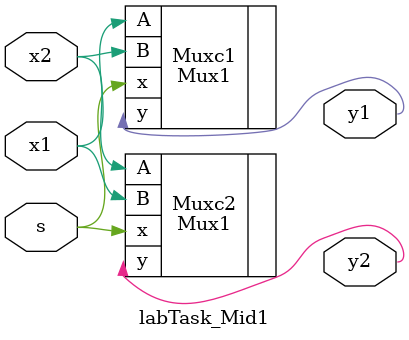
<source format=v>
`timescale 1ns / 1ps


module labTask_Mid1(x1, x2, s, y1, y2 );

input x1, x2, s;
output y1, y2;


Mux1  Muxc( A, B, x, y);


Mux1 Muxc1( .A(x1), .B(x2), .x(s), .y(y1));
Mux1 Muxc2( .A(x2), .B(x1), .x(s), .y(y2));



endmodule

</source>
